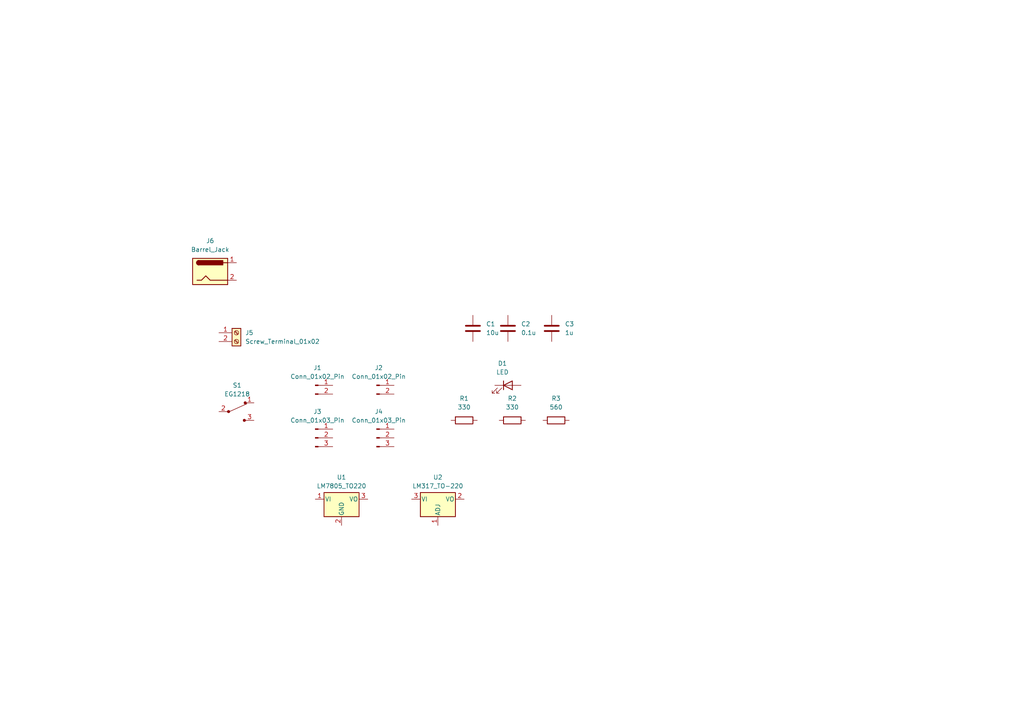
<source format=kicad_sch>
(kicad_sch (version 20230121) (generator eeschema)
  (paper "A4")
  (title_block (title "Learning KiCad with a simple project") (date "2023-06-15") (rev "1") (company "Filippo Graziani"))
  (lib_symbols
    (symbol "Connector:Barrel_Jack" (pin_names (offset 1.016))
      (property "Reference" "J" (at 0 5.334 0))
      (property "Value" "Barrel_Jack" (at 0 -5.08 0))
      (symbol "Barrel_Jack_0_1"
        (rectangle (start -5.08 3.81) (end 5.08 -3.81) (stroke (width 0.254)) (fill (type background)))
        (arc (start -3.302 3.175) (mid -3.9343 2.54) (end -3.302 1.905) (stroke (width 0.254)))
        (arc (start -3.302 3.175) (mid -3.9343 2.54) (end -3.302 1.905) (stroke (width 0.254)) (fill (type outline)))
        (polyline (pts (xy 5.08 2.54) (xy 3.81 2.54)) (stroke (width 0.254)))
        (polyline (pts (xy -3.81 -2.54) (xy -2.54 -2.54) (xy -1.27 -1.27) (xy 0 -2.54) (xy 2.54 -2.54) (xy 5.08 -2.54)) (stroke (width 0.254)))
        (rectangle (start 3.683 3.175) (end -3.302 1.905) (stroke (width 0.254)) (fill (type outline)))
      )
      (symbol "Barrel_Jack_1_1"
        (pin passive line (at 7.62 2.54 180) (length 2.54) (name "~") (number "1"))
        (pin passive line (at 7.62 -2.54 180) (length 2.54) (name "~") (number "2"))
      )
    )
    (symbol "Connector:Conn_01x02_Pin" (pin_names (offset 1.016) hide)
      (property "Reference" "J" (at 0 2.54 0))
      (property "Value" "Conn_01x02_Pin" (at 0 -5.08 0))
      (symbol "Conn_01x02_Pin_1_1"
        (polyline (pts (xy 1.27 -2.54) (xy 0.8636 -2.54)) (stroke (width 0.1524)))
        (polyline (pts (xy 1.27 0) (xy 0.8636 0)) (stroke (width 0.1524)))
        (rectangle (start 0.8636 -2.413) (end 0 -2.667) (stroke (width 0.1524)) (fill (type outline)))
        (rectangle (start 0.8636 0.127) (end 0 -0.127) (stroke (width 0.1524)) (fill (type outline)))
        (pin passive line (at 5.08 0 180) (length 3.81) (name "Pin_1") (number "1"))
        (pin passive line (at 5.08 -2.54 180) (length 3.81) (name "Pin_2") (number "2"))
      )
    )
    (symbol "Connector:Conn_01x03_Pin" (pin_names (offset 1.016) hide)
      (property "Reference" "J" (at 0 5.08 0))
      (property "Value" "Conn_01x03_Pin" (at 0 -5.08 0))
      (symbol "Conn_01x03_Pin_1_1"
        (polyline (pts (xy 1.27 -2.54) (xy 0.8636 -2.54)) (stroke (width 0.1524)))
        (polyline (pts (xy 1.27 0) (xy 0.8636 0)) (stroke (width 0.1524)))
        (polyline (pts (xy 1.27 2.54) (xy 0.8636 2.54)) (stroke (width 0.1524)))
        (rectangle (start 0.8636 -2.413) (end 0 -2.667) (stroke (width 0.1524)) (fill (type outline)))
        (rectangle (start 0.8636 0.127) (end 0 -0.127) (stroke (width 0.1524)) (fill (type outline)))
        (rectangle (start 0.8636 2.667) (end 0 2.413) (stroke (width 0.1524)) (fill (type outline)))
        (pin passive line (at 5.08 2.54 180) (length 3.81) (name "Pin_1") (number "1"))
        (pin passive line (at 5.08 0 180) (length 3.81) (name "Pin_2") (number "2"))
        (pin passive line (at 5.08 -2.54 180) (length 3.81) (name "Pin_3") (number "3"))
      )
    )
    (symbol "Connector:Screw_Terminal_01x02" (pin_names (offset 1.016) hide)
      (property "Reference" "J" (at 0 2.54 0))
      (property "Value" "Screw_Terminal_01x02" (at 0 -5.08 0))
      (symbol "Screw_Terminal_01x02_1_1"
        (rectangle (start -1.27 1.27) (end 1.27 -3.81) (stroke (width 0.254)) (fill (type background)))
        (circle (center 0 -2.54) (radius 0.635) (stroke (width 0.1524)))
        (polyline (pts (xy -0.5334 -2.2098) (xy 0.3302 -3.048)) (stroke (width 0.1524)))
        (polyline (pts (xy -0.5334 0.3302) (xy 0.3302 -0.508)) (stroke (width 0.1524)))
        (polyline (pts (xy -0.3556 -2.032) (xy 0.508 -2.8702)) (stroke (width 0.1524)))
        (polyline (pts (xy -0.3556 0.508) (xy 0.508 -0.3302)) (stroke (width 0.1524)))
        (circle (center 0 0) (radius 0.635) (stroke (width 0.1524)))
        (pin passive line (at -5.08 0 0) (length 3.81) (name "Pin_1") (number "1"))
        (pin passive line (at -5.08 -2.54 0) (length 3.81) (name "Pin_2") (number "2"))
      )
    )
    (symbol "Device:C" (pin_numbers hide) (pin_names (offset 0.254))
      (property "Reference" "C" (at 0.635 2.54 0))
      (property "Value" "C" (at 0.635 -2.54 0))
      (symbol "C_0_1"
        (polyline (pts (xy -2.032 -0.762) (xy 2.032 -0.762)) (stroke (width 0.508)))
        (polyline (pts (xy -2.032 0.762) (xy 2.032 0.762)) (stroke (width 0.508)))
      )
      (symbol "C_1_1"
        (pin passive line (at 0 3.81 270) (length 2.794) (name "~") (number "1"))
        (pin passive line (at 0 -3.81 90) (length 2.794) (name "~") (number "2"))
      )
    )
    (symbol "Device:LED" (pin_numbers hide) (pin_names (offset 1.016) hide)
      (property "Reference" "D" (at 0 2.54 0))
      (property "Value" "LED" (at 0 -2.54 0))
      (symbol "LED_0_1"
        (polyline (pts (xy -1.27 -1.27) (xy -1.27 1.27)) (stroke (width 0.254)))
        (polyline (pts (xy -1.27 0) (xy 1.27 0)))
        (polyline (pts (xy 1.27 -1.27) (xy 1.27 1.27) (xy -1.27 0) (xy 1.27 -1.27)) (stroke (width 0.254)))
        (polyline (pts (xy -3.048 -0.762) (xy -4.572 -2.286) (xy -3.81 -2.286) (xy -4.572 -2.286) (xy -4.572 -1.524)))
        (polyline (pts (xy -1.778 -0.762) (xy -3.302 -2.286) (xy -2.54 -2.286) (xy -3.302 -2.286) (xy -3.302 -1.524)))
      )
      (symbol "LED_1_1"
        (pin passive line (at -3.81 0 0) (length 2.54) (name "K") (number "1"))
        (pin passive line (at 3.81 0 180) (length 2.54) (name "A") (number "2"))
      )
    )
    (symbol "Device:R" (pin_numbers hide) (pin_names (offset 0))
      (property "Reference" "R" (at 2.032 0 90))
      (property "Value" "R" (at 0 0 90))
      (symbol "R_0_1"
        (rectangle (start -1.016 -2.54) (end 1.016 2.54) (stroke (width 0.254)))
      )
      (symbol "R_1_1"
        (pin passive line (at 0 3.81 270) (length 1.27) (name "~") (number "1"))
        (pin passive line (at 0 -3.81 90) (length 1.27) (name "~") (number "2"))
      )
    )
    (symbol "Regulator_Linear:LM317_TO-220" (pin_names (offset 0.254))
      (property "Reference" "U" (at -3.81 3.175 0))
      (property "Value" "LM317_TO-220" (at 0 3.175 0))
      (symbol "LM317_TO-220_0_1"
        (rectangle (start -5.08 1.905) (end 5.08 -5.08) (stroke (width 0.254)) (fill (type background)))
      )
      (symbol "LM317_TO-220_1_1"
        (pin input line (at 0 -7.62 90) (length 2.54) (name "ADJ") (number "1"))
        (pin power_out line (at 7.62 0 180) (length 2.54) (name "VO") (number "2"))
        (pin power_in line (at -7.62 0 0) (length 2.54) (name "VI") (number "3"))
      )
    )
    (symbol "Regulator_Linear:LM7805_TO220" (pin_names (offset 0.254))
      (property "Reference" "U" (at -3.81 3.175 0))
      (property "Value" "LM7805_TO220" (at 0 3.175 0))
      (symbol "LM7805_TO220_0_1"
        (rectangle (start -5.08 1.905) (end 5.08 -5.08) (stroke (width 0.254)) (fill (type background)))
      )
      (symbol "LM7805_TO220_1_1"
        (pin power_in line (at -7.62 0 0) (length 2.54) (name "VI") (number "1"))
        (pin power_in line (at 0 -7.62 90) (length 2.54) (name "GND") (number "2"))
        (pin power_out line (at 7.62 0 180) (length 2.54) (name "VO") (number "3"))
      )
    )
    (symbol "dk_Slide-Switches:EG1218" (pin_names (offset 0))
      (property "Reference" "S" (at -3.81 2.286 0))
      (property "Value" "EG1218" (at 0 -5.334 0))
      (symbol "EG1218_0_1"
        (circle (center -2.286 0) (radius 0.3556) (fill (type outline)))
        (polyline (pts (xy -2.032 0) (xy 3.048 2.286)))
        (circle (center 2.286 -2.54) (radius 0.3556) (fill (type outline)))
        (circle (center 2.54 2.54) (radius 0.3556) (fill (type outline)))
      )
      (symbol "EG1218_1_1"
        (pin passive line (at 5.08 2.54 180) (length 2.54) (name "~") (number "1"))
        (pin passive line (at -5.08 0 0) (length 2.54) (name "~") (number "2"))
        (pin passive line (at 5.08 -2.54 180) (length 2.54) (name "~") (number "3"))
      )
    )
  )
  (symbol (lib_id "Connector:Conn_01x02_Pin") (at 109.22 111.76 0) (unit 1)
    (property "Reference" "J2" (at 109.855 106.68 0))
    (property "Value" "Conn_01x02_Pin" (at 109.855 109.22 0))
  )
  (symbol (lib_id "Connector:Conn_01x03_Pin") (at 109.22 127 0) (unit 1)
    (property "Reference" "J4" (at 109.855 119.38 0))
    (property "Value" "Conn_01x03_Pin" (at 109.855 121.92 0))
  )
  (symbol (lib_id "dk_Slide-Switches:EG1218") (at 68.58 119.38 0) (unit 1)
    (property "Reference" "S1" (at 68.7832 111.76 0))
    (property "Value" "EG1218" (at 68.7832 114.3 0))
    (property "Footprint" "digikey-footprints:Switch_Slide_11.6x4mm_EG1218" (effects hide))
    (property "Datasheet" "http://spec_sheets.e-switch.com/specs/P040040.pdf" (effects hide))
    (property "Digi-Key_PN" "EG1903-ND" (effects hide))
    (property "MPN" "EG1218" (effects hide))
    (property "Category" "Switches" (effects hide))
    (property "Family" "Slide Switches" (effects hide))
    (property "DK_Datasheet_Link" "http://spec_sheets.e-switch.com/specs/P040040.pdf" (effects hide))
    (property "DK_Detail_Page" "/product-detail/en/e-switch/EG1218/EG1903-ND/101726" (effects hide))
    (property "Description" "SWITCH SLIDE SPDT 200MA 30V" (effects hide))
    (property "Manufacturer" "E-Switch" (effects hide))
    (property "Status" "Active" (effects hide))
  )
  (symbol (lib_id "Connector:Conn_01x03_Pin") (at 91.44 127 0) (unit 1)
    (property "Reference" "J3" (at 92.075 119.38 0))
    (property "Value" "Conn_01x03_Pin" (at 92.075 121.92 0))
  )
  (symbol (lib_id "Connector:Conn_01x02_Pin") (at 91.44 111.76 0) (unit 1)
    (property "Reference" "J1" (at 92.075 106.68 0))
    (property "Value" "Conn_01x02_Pin" (at 92.075 109.22 0))
  )
  (symbol (lib_id "Device:R") (at 161.29 121.92 270) (unit 1)
    (property "Reference" "R3" (at 161.29 115.57 90))
    (property "Value" "560" (at 161.29 118.11 90))
  )
  (symbol (lib_id "Device:C") (at 160.02 95.25 0) (unit 1)
    (property "Reference" "C3" (at 163.83 93.98 0) (effects (justify left)))
    (property "Value" "1u" (at 163.83 96.52 0) (effects (justify left)))
  )
  (symbol (lib_id "Connector:Screw_Terminal_01x02") (at 68.58 96.52 0) (unit 1)
    (property "Reference" "J5" (at 71.12 96.52 0) (effects (justify left)))
    (property "Value" "Screw_Terminal_01x02" (at 71.12 99.06 0) (effects (justify left)))
  )
  (symbol (lib_id "Regulator_Linear:LM317_TO-220") (at 127 144.78 0) (unit 1)
    (property "Reference" "U2" (at 127 138.43 0))
    (property "Value" "LM317_TO-220" (at 127 140.97 0))
    (property "Footprint" "Package_TO_SOT_THT:TO-220-3_Vertical" (effects hide))
    (property "Datasheet" "http://www.ti.com/lit/ds/symlink/lm317.pdf" (effects hide))
  )
  (symbol (lib_id "Device:R") (at 134.62 121.92 270) (unit 1)
    (property "Reference" "R1" (at 134.62 115.57 90))
    (property "Value" "330" (at 134.62 118.11 90))
  )
  (symbol (lib_id "Device:LED") (at 147.32 111.76 0) (unit 1)
    (property "Reference" "D1" (at 145.7325 105.41 0))
    (property "Value" "LED" (at 145.7325 107.95 0))
  )
  (symbol (lib_id "Device:C") (at 137.16 95.25 0) (unit 1)
    (property "Reference" "C1" (at 140.97 93.98 0) (effects (justify left)))
    (property "Value" "10u" (at 140.97 96.52 0) (effects (justify left)))
  )
  (symbol (lib_id "Regulator_Linear:LM7805_TO220") (at 99.06 144.78 0) (unit 1)
    (property "Reference" "U1" (at 99.06 138.43 0))
    (property "Value" "LM7805_TO220" (at 99.06 140.97 0))
    (property "Footprint" "Package_TO_SOT_THT:TO-220-3_Vertical" (effects hide))
    (property "Datasheet" "https://www.onsemi.cn/PowerSolutions/document/MC7800-D.PDF" (effects hide))
  )
  (symbol (lib_id "Device:C") (at 147.32 95.25 0) (unit 1)
    (property "Reference" "C2" (at 151.13 93.98 0) (effects (justify left)))
    (property "Value" "0.1u" (at 151.13 96.52 0) (effects (justify left)))
  )
  (symbol (lib_id "Connector:Barrel_Jack") (at 60.96 78.74 0) (unit 1)
    (property "Reference" "J6" (at 60.96 69.85 0))
    (property "Value" "Barrel_Jack" (at 60.96 72.39 0))
  )
  (symbol (lib_id "Device:R") (at 148.59 121.92 270) (unit 1)
    (property "Reference" "R2" (at 148.59 115.57 90))
    (property "Value" "330" (at 148.59 118.11 90))
  )
)
</source>
